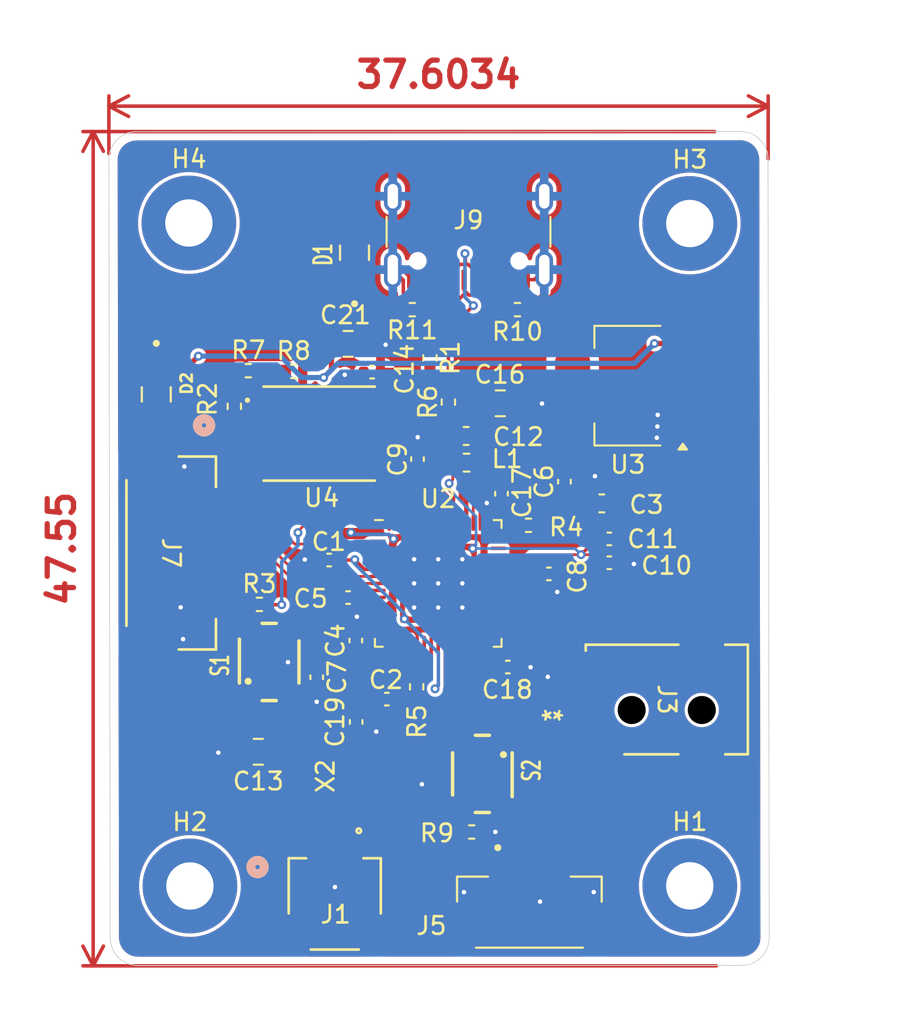
<source format=kicad_pcb>
(kicad_pcb (version 20241229) (generator "pcbnew") (generator_version "9.0")
  (layers (0 "F.Cu" signal) (2 "B.Cu" signal) (13 "F.Paste" user) (15 "B.Paste" user) (5 "F.SilkS" user "F.Silkscreen") (7 "B.SilkS" user "B.Silkscreen") (1 "F.Mask" user) (3 "B.Mask" user) (25 "Edge.Cuts" user))
  (net 0 "")
  (net 1 "GND")
  (net 2 "+1V1")
  (net 3 "Net-(C2-Pad2)")
  (net 4 "+3V3")
  (net 5 "/VREG_AVDD")
  (net 6 "/XIN")
  (net 7 "VBUS")
  (net 8 "Net-(D1-Pad2)")
  (net 9 "/GPIO16")
  (net 10 "/GPIO17")
  (net 11 "/GPIO9")
  (net 12 "/GPIO11")
  (net 13 "/GPIO8")
  (net 14 "/GPIO1")
  (net 15 "/GPIO0")
  (net 16 "/GPIO15")
  (net 17 "/GPIO14")
  (net 18 "/GPIO5")
  (net 19 "/GPIO3")
  (net 20 "/GPIO6")
  (net 21 "/GPIO13")
  (net 22 "/GPIO12")
  (net 23 "/GPIO10")
  (net 24 "/GPIO2")
  (net 25 "/GPIO4")
  (net 26 "/GPIO7")
  (net 27 "/RUN")
  (net 28 "/GPIO22")
  (net 29 "/GPIO27_ADC1")
  (net 30 "/GPIO29_ADC3")
  (net 31 "/GPIO19")
  (net 32 "/GPIO18")
  (net 33 "/GPIO20")
  (net 34 "/GPIO23")
  (net 35 "/GPIO24")
  (net 36 "/GPIO26_ADC0")
  (net 37 "/GPIO28_ADC2")
  (net 38 "/GPIO25")
  (net 39 "/SWD")
  (net 40 "/GPIO21")
  (net 41 "/SWCLK")
  (net 42 "/RTS")
  (net 43 "/CTS ")
  (net 44 "/USB_D+")
  (net 45 "/USB_D-")
  (net 48 "/VREG_LX")
  (net 49 "Net-(U2-USB_DP)")
  (net 50 "/FLASH_SS")
  (net 51 "/QSPI_SS")
  (net 52 "/~{USB_Boot}")
  (net 53 "/XOUT")
  (net 54 "Net-(U2-USB_DM)")
  (net 55 "Net-(R9-Pad2)")
  (net 56 "/QSPI_SD3")
  (net 57 "/QSPI_SCLK")
  (net 58 "/QSPI_SD0")
  (net 59 "/QSPI_SD2")
  (net 60 "/QSPI_SD1")
  (net 61 "+12V")
  (net 62 "/VCC_5V")
  (net 63 "Net-(J9-CC1)")
  (net 64 "Net-(J9-CC2)")
  (footprint "Inductor_SMD:L_0603_1608Metric" (layer "F.Cu") (at 178.75 117.62)
    (property "Reference" "L1")
    (property "Value" "3.3u")
  )
  (footprint "Resistor_SMD:R_0402_1005Metric" (layer "F.Cu") (at 181.65 108.9)
    (property "Reference" "R10")
    (property "Value" "5.1K")
  )
  (footprint "Capacitor_SMD:C_0402_1005Metric" (layer "F.Cu") (at 186.89 123.325)
    (property "Reference" "C10")
    (property "Value" "100n")
  )
  (footprint "SM04B:JST_SM04B-GHS-TB_LF__SN_-" (layer "F.Cu") (at 182.33 143.24)
    (property "Reference" "J5")
    (property "Value" "SM04B-GHS-TB_LF__SN_-")
  )
  (footprint "Resistor_SMD:R_0402_1005Metric" (layer "F.Cu") (at 179.04 138.67 180)
    (property "Reference" "R9")
    (property "Value" "1k")
  )
  (footprint "Capacitor_SMD:C_0402_1005Metric" (layer "F.Cu") (at 174.2 131.1)
    (property "Reference" "C2")
    (property "Value" "15p")
  )
  (footprint "Resistor_SMD:R_0402_1005Metric" (layer "F.Cu") (at 175.65 108.9 180)
    (property "Reference" "R11")
    (property "Value" "5.1K")
  )
  (footprint "Capacitor_SMD:C_0603_1608Metric" (layer "F.Cu") (at 178.72 116.1)
    (property "Reference" "C12")
    (property "Value" "4.7u")
  )
  (footprint "Capacitor_SMD:C_0805_2012Metric" (layer "F.Cu") (at 171.99 110.85)
    (property "Reference" "C21")
    (property "Value" "10u")
  )
  (footprint "Resistor_SMD:R_0402_1005Metric" (layer "F.Cu") (at 168.89 112.42)
    (property "Reference" "R8")
    (property "Value" "DNF")
  )
  (footprint "434133025816:434133025816" (layer "F.Cu") (at 167.49 129.08 90)
    (property "Reference" "S1")
    (property "Value" "434133025816")
  )
  (footprint "Capacitor_SMD:C_0402_1005Metric" (layer "F.Cu") (at 175.95 117.42 90)
    (property "Reference" "C9")
    (property "Value" "100n")
  )
  (footprint "MBR120VLSFT:DIOM3616X98N" (layer "F.Cu") (at 161.05 113.73 -90)
    (property "Reference" "D2")
    (property "Value" "MBR120VLSFT1G")
  )
  (footprint "FC68145S:FC68145S_CLF" (layer "F.Cu") (at 190.16835 131.12 -90)
    (property "Reference" "J3")
    (property "Value" "FC68145S")
  )
  (footprint "MountingHole:MountingHole_2.7mm_M2.5_Pad_TopBottom" (layer "F.Cu") (at 162.97 141.75)
    (property "Reference" "H2")
    (property "Value" "MountingHole")
  )
  (footprint "Connector_USB:USB_C_Receptacle_GCT_USB4105-xx-A_16P_TopMnt_Horizontal" (layer "F.Cu") (at 178.858386 103.51172 180)
    (property "Reference" "J9")
    (property "Value" "USB_C_Receptacle_USB2.0_16P")
  )
  (footprint "Capacitor_SMD:C_0805_2012Metric" (layer "F.Cu") (at 166.87 134.1 180)
    (property "Reference" "C13")
    (property "Value" "10u")
  )
  (footprint "Resistor_SMD:R_0402_1005Metric" (layer "F.Cu") (at 165.5 114.41 90)
    (property "Reference" "R2")
    (property "Value" "0")
  )
  (footprint "Capacitor_SMD:C_0402_1005Metric" (layer "F.Cu") (at 172.45 132.4 90)
    (property "Reference" "C19")
    (property "Value" "15p")
  )
  (footprint "Resistor_SMD:R_0402_1005Metric" (layer "F.Cu") (at 175.9 130.4 90)
    (property "Reference" "R5")
    (property "Value" "1k")
  )
  (footprint "Resistor_SMD:R_0402_1005Metric" (layer "F.Cu") (at 166.3 112.38)
    (property "Reference" "R7")
    (property "Value" "DNF")
  )
  (footprint "Capacitor_SMD:C_0402_1005Metric" (layer "F.Cu") (at 173.36 112.46 180)
    (property "Reference" "C14")
    (property "Value" "100n")
  )
  (footprint "Capacitor_SMD:C_0402_1005Metric" (layer "F.Cu") (at 172.43 127.76 90)
    (property "Reference" "C4")
    (property "Value" "100n")
  )
  (footprint "Capacitor_SMD:C_0402_1005Metric" (layer "F.Cu") (at 170.91 123.17 180)
    (property "Reference" "C1")
    (property "Value" "100n")
  )
  (footprint "KiCad mod:ABM8-272-T3_ABR" (layer "F.Cu") (at 173.7 135.5 90)
    (property "Reference" "X2")
    (property "Value" "ABM8-272-T3")
  )
  (footprint "MountingHole:MountingHole_2.7mm_M2.5_Pad_TopBottom" (layer "F.Cu") (at 191.48 103.99)
    (property "Reference" "H3")
    (property "Value" "MountingHole")
  )
  (footprint "Resistor_SMD:R_0402_1005Metric" (layer "F.Cu") (at 177.71 114.17 90)
    (property "Reference" "R6")
    (property "Value" "27.4")
  )
  (footprint "KiCad mod:CONN_SM06B-GHS-TB_JST" (layer "F.Cu") (at 161.9 122.77 -90)
    (property "Reference" "J7")
    (property "Value" "SM06B-GHS-TB")
  )
  (footprint "MountingHole:MountingHole_2.7mm_M2.5_Pad_TopBottom" (layer "F.Cu") (at 191.48 141.74)
    (property "Reference" "H1")
    (property "Value" "MountingHole")
  )
  (footprint "Capacitor_SMD:C_0402_1005Metric" (layer "F.Cu") (at 171.99 125.31 180)
    (property "Reference" "C5")
    (property "Value" "100n")
  )
  (footprint "footprints:CONN_SM03B-SRSS-TB_JST" (layer "F.Cu") (at 171.23 142.77)
    (property "Reference" "J1")
    (property "Value" "SM03B-SRSS-TB")
  )
  (footprint "Package_TO_SOT_SMD:SOT-223-3_TabPin2" (layer "F.Cu") (at 187.95 113.2325 180)
    (property "Reference" "U3")
    (property "Value" "NCP1117-3.3_SOT223")
  )
  (footprint "KiCad mod:WSON-8_6X5_WIN" (layer "F.Cu") (at 170.3402 115.965)
    (property "Reference" "U4")
    (property "Value" "W25Q128JVPIQ TR")
  )
  (footprint "Capacitor_SMD:C_0402_1005Metric" (layer "F.Cu") (at 184.33 118.7 90)
    (property "Reference" "C6")
    (property "Value" "100n")
  )
  (footprint "434133025816:434133025816" (layer "F.Cu") (at 179.65 135.26 -90)
    (property "Reference" "S2")
    (property "Value" "434133025816")
  )
  (footprint "Capacitor_SMD:C_0402_1005Metric" (layer "F.Cu") (at 181.1 129.27)
    (property "Reference" "C18")
    (property "Value" "100n")
  )
  (footprint "Capacitor_SMD:C_0402_1005Metric" (layer "F.Cu") (at 170.2 129.85 -90)
    (property "Reference" "C7")
    (property "Value" "100n")
  )
  (footprint "Capacitor_SMD:C_0402_1005Metric" (layer "F.Cu") (at 186.89 121.965)
    (property "Reference" "C11")
    (property "Value" "100n")
  )
  (footprint "Resistor_SMD:R_0402_1005Metric" (layer "F.Cu") (at 182.28 121.19 180)
    (property "Reference" "R4")
    (property "Value" "33")
  )
  (footprint "Resistor_SMD:R_0402_1005Metric" (layer "F.Cu") (at 166.93078 125.6988)
    (property "Reference" "R3")
    (property "Value" "1k")
  )
  (footprint "RP2350_60QFN_minimal:RP2350-QFN-60-1EP_7x7_P0.4mm_EP3.4x3.4mm_ThermalVias" (layer "F.Cu") (at 177.13112 124.50232)
    (property "Reference" "U2")
    (property "Value" "RP2350_60QFN")
  )
  (footprint "MBR120VLSFT:DIOM3616X98N" (layer "F.Cu") (at 172.356686 105.65432 90)
    (property "Reference" "D1")
    (property "Value" "MBR120VLSFT1G")
  )
  (footprint "Resistor_SMD:R_0402_1005Metric" (layer "F.Cu") (at 176.66 111.65 -90)
    (property "Reference" "R1")
    (property "Value" "27.4")
  )
  (footprint "Capacitor_SMD:C_0402_1005Metric" (layer "F.Cu") (at 183.44 123.96)
    (property "Reference" "C8")
    (property "Value" "100n")
  )
  (footprint "MountingHole:MountingHole_2.7mm_M2.5_Pad_TopBottom" (layer "F.Cu") (at 162.91 103.96)
    (property "Reference" "H4")
    (property "Value" "MountingHole")
  )
  (footprint "Capacitor_SMD:C_0805_2012Metric" (layer "F.Cu") (at 180.6702 114.23844)
    (property "Reference" "C16")
    (property "Value" "10u")
  )
  (footprint "Capacitor_SMD:C_0402_1005Metric" (layer "F.Cu") (at 180.74 119.39 90)
    (property "Reference" "C17")
    (property "Value" "4.7u")
  )
  (footprint "Capacitor_SMD:C_0603_1608Metric" (layer "F.Cu") (at 186.46 119.94)
    (property "Reference" "C3")
    (property "Value" "4.7u")
  )
  (gr_arc (start 160.004146 146.279697) (mid 158.89 145.82) (end 158.42417 144.708405) (stroke (width 0.05)) (layer "Edge.Cuts"))
  (gr_line (start 196.009681 144.68879) (end 195.942035 100.314833) (stroke (width 0.05)) (layer "Edge.Cuts"))
  (gr_line (start 160.004146 146.279697) (end 194.44425 146.27583) (stroke (width 0.05)) (layer "Edge.Cuts"))
  (gr_line (start 194.362125 98.743541) (end 159.917875 98.756458) (stroke (width 0.05)) (layer "Edge.Cuts"))
  (gr_arc (start 196.009697 144.695854) (mid 195.55 145.81) (end 194.438405 146.27583) (stroke (width 0.05)) (layer "Edge.Cuts"))
  (gr_line (start 158.346583 100.3364) (end 158.42417 144.71425) (stroke (width 0.05)) (layer "Edge.Cuts"))
  (gr_arc (start 194.362125 98.743541) (mid 195.476271 99.203238) (end 195.942101 100.314833) (stroke (width 0.05)) (layer "Edge.Cuts"))
  (gr_arc (start 158.346583 100.336434) (mid 158.80628 99.222288) (end 159.917875 98.756458) (stroke (width 0.05)) (layer "Edge.Cuts"))
  (dimension (type orthogonal) (layer "F.Cu") (pts (xy 193.4 98.75) (xy 193.5 146.3)) (height -35.95) (orientation 1) (format (prefix "") (suffix "") (units 3) (units_format 0) (precision 4) (suppress_zeroes yes)) (style (thickness 0.2) (arrow_length 1.27) (text_position_mode 0) (arrow_direction outward) (extension_height 0.58642) (extension_offset 0.5) (keep_text_aligned yes)) (gr_text "47.55" (at 155.65 122.525 90) (layer "F.Cu") (effects (font (size 1.5 1.5) (thickness 0.3)))))
  (dimension (type orthogonal) (layer "F.Cu") (pts (xy 158.346583 100.5) (xy 195.95 100.8)) (height -3.2) (orientation 0) (format (prefix "") (suffix "") (units 3) (units_format 0) (precision 4) (suppress_zeroes yes)) (style (thickness 0.2) (arrow_length 1.27) (text_position_mode 0) (arrow_direction outward) (extension_height 0.58642) (extension_offset 0.5) (keep_text_aligned yes)) (gr_text "37.6034" (at 177.148292 95.5 0) (layer "F.Cu") (effects (font (size 1.5 1.5) (thickness 0.3)))))
  (segment (start 182.4 129.28) (end 181.59 129.28) (width 0.2) (layer "F.Cu") (net 1))
  (segment (start 183.25 106.688334) (end 183.178386 106.61672) (width 0.2) (layer "F.Cu") (net 1))
  (segment (start 183.25 107.85) (end 182.2 108.9) (width 0.2) (layer "F.Cu") (net 1))
  (segment (start 174.538386 106.61672) (end 175.083386 106.61672) (width 0.2) (layer "F.Cu") (net 1))
  (segment (start 167.47 117.87) (end 167.485 117.885) (width 0.2) (layer "F.Cu") (net 1))
  (segment (start 168.56188 128.9911) (end 168.56188 127.00812) (width 0.2) (layer "F.Cu") (net 1))
  (segment (start 165.92 134.1) (end 164.63734 134.1) (width 0.2) (layer "F.Cu") (net 1))
  (segment (start 187.235 119.555) (end 186.07 118.39) (width 0.2) (layer "F.Cu") (net 1))
  (segment (start 175.95 116.94) (end 175.95 116.18) (width 0.2) (layer "F.Cu") (net 1))
  (segment (start 187.37 122.475) (end 188.29 123.395) (width 0.2) (layer "F.Cu") (net 1))
  (segment (start 179.9 119.92) (end 179.53112 120.28888) (width 0.2) (layer "F.Cu") (net 1))
  (segment (start 175.083386 106.61672) (end 175.658386 107.19172) (width 0.2) (layer "F.Cu") (net 1))
  (segment (start 186.38885 134.466359) (end 186.334149 134.52106) (width 0.2) (layer "F.Cu") (net 1))
  (segment (start 183.38 129.83) (end 184.97881 129.83) (width 0.508) (layer "F.Cu") (net 1))
  (segment (start 173.72 131.1) (end 173.72 132.83) (width 0.2) (layer "F.Cu") (net 1))
  (segment (start 178.6 142.1) (end 178.6 144.16) (width 0.508) (layer "F.Cu") (net 1))
  (segment (start 179.9 118.90964) (end 179.91482 118.89482) (width 0.2) (layer "F.Cu") (net 1))
  (segment (start 171.8 112.61) (end 172.73 112.61) (width 0.2) (layer "F.Cu") (net 1))
  (segment (start 184.97881 129.83) (end 185.13915 129.66966) (width 0.508) (layer "F.Cu") (net 1))
  (segment (start 171.51 125.31) (end 171.51 125.42) (width 0.2) (layer "F.Cu") (net 1))
  (segment (start 186 142.1) (end 186 144.11) (width 0.508) (layer "F.Cu") (net 1))
  (segment (start 182.955 142.625) (end 182.94 142.64) (width 0.508) (layer "F.Cu") (net 1))
  (segment (start 168.565 128.99422) (end 168.56188 128.9911) (width 0.2) (layer "F.Cu") (net 1))
  (segment (start 162.44 125.87) (end 163.7507 125.87) (width 0.508) (layer "F.Cu") (net 1))
  (segment (start 186.85519 134.080019) (end 186.414149 134.52106) (width 0.508) (layer "F.Cu") (net 1))
  (segment (start 179.9 119.92) (end 179.9 118.90964) (width 0.2) (layer "F.Cu") (net 1))
  (segment (start 175.95 116.18) (end 175.96 116.17) (width 0.2) (layer "F.Cu") (net 1))
  (segment (start 171.51 125.42) (end 172.49 126.4) (width 0.2) (layer "F.Cu") (net 1))
  (segment (start 172.43 127.28) (end 172.43 126.46) (width 0.2) (layer "F.Cu") (net 1))
  (segment (start 188.22 123.325) (end 187.37 123.325) (width 0.2) (layer "F.Cu") (net 1))
  (segment (start 183.03844 114.23844) (end 183.05 114.25) (width 0.3) (layer "F.Cu") (net 1))
  (segment (start 175.14 107.218334) (end 174.538386 106.61672) (width 0.2) (layer "F.Cu") (net 1))
  (segment (start 172.73 112.61) (end 172.88 112.46) (width 0.2) (layer "F.Cu") (net 1))
  (segment (start 168.565 131.155) (end 168.565 128.99422) (width 0.2) (layer "F.Cu") (net 1))
  (segment (start 175.14 108.9) (end 175.14 107.218334) (width 0.2) (layer "F.Cu") (net 1))
  (segment (start 191.0725 115.56) (end 191.1 115.5325) (width 0.2) (layer "F.Cu") (net 1))
  (segment (start 173.53 132.88) (end 173.6 132.95) (width 0.2) (layer "F.Cu") (net 1))
  (segment (start 171.23 140.67) (end 171.23 141.8) (width 0.508) (layer "F.Cu") (net 1))
  (segment (start 175.849999 136.300001) (end 176.2 135.95) (width 0.2) (layer "F.Cu") (net 1))
  (segment (start 171.23 141.8) (end 171.24 141.81) (width 0.508) (layer "F.Cu") (net 1))
  (segment (start 182.955 140.965) (end 182.955 142.625) (width 0.508) (layer "F.Cu") (net 1))
  (segment (start 185.05915 129.66966) (end 185.34365 129.66966) (width 0.2) (layer "F.Cu") (net 1))
  (segment (start 173.72 132.83) (end 173.6 132.95) (width 0.2) (layer "F.Cu") (net 1))
  (segment (start 182.16 109) (end 182.16 108.94) (width 0.2) (layer "F.Cu") (net 1))
  (segment (start 186.07 118.39) (end 185.9 118.22) (width 0.2) (layer "F.Cu") (net 1))
  (segment (start 172.94 110.85) (end 174.08 110.85) (width 0.2) (layer "F.Cu") (net 1))
  (segment (start 172.43 126.46) (end 172.49 126.4) (width 0.2) (layer "F.Cu") (net 1))
  (segment (start 172.6 134.699999) (end 172.6 133.949999) (width 0.2) (layer "F.Cu") (net 1))
  (segment (start 183.92 123.96) (end 183.92 124.99) (width 0.2) (layer "F.Cu") (net 1))
  (segment (start 185.13915 129.66966) (end 185.46966 129.66966) (width 0.508) (layer "F.Cu") (net 1))
  (segment (start 168.56188 127.00812) (end 168.565 127.005) (width 0.2) (layer "F.Cu") (net 1))
  (segment (start 181.6202 114.23844) (end 183.03844 114.23844) (width 0.3) (layer "F.Cu") (net 1))
  (segment (start 188.29 123.395) (end 188.22 123.325) (width 0.2) (layer "F.Cu") (net 1))
  (segment (start 186.85519 131.05519) (end 186.85519 134.080019) (width 0.508) (layer "F.Cu") (net 1))
  (segment (start 187.37 121.965) (end 187.37 122.475) (width 0.2) (layer "F.Cu") (net 1))
  (segment (start 179.91482 118.89482) (end 180.72482 118.89482) (width 0.2) (layer "F.Cu") (net 1))
  (segment (start 170.3402 115.965) (end 171.8 114.5052) (width 0.2) (layer "F.Cu") (net 1))
  (segment (start 186 144.11) (end 186.055 144.165) (width 0.508) (layer "F.Cu") (net 1))
  (segment (start 174.08 110.85) (end 174.13 110.9) (width 0.2) (layer "F.Cu") (net 1))
  (segment (start 183.25 107.85) (end 183.25 106.688334) (width 0.2) (layer "F.Cu") (net 1))
  (segment (start 171.8 114.5052) (end 171.8 112.61) (width 0.2) (layer "F.Cu") (net 1))
  (segment (start 179.75864 116.1) (end 181.6202 114.23844) (width 0.3) (layer "F.Cu") (net 1))
  (segment (start 167.485 117.885) (end 169.105 117.885) (width 0.2) (layer "F.Cu") (net 1))
  (segment (start 182.2 108.9) (end 182.16 108.9) (width 0.2) (layer "F.Cu") (net 1))
  (segment (start 169.52 123.14) (end 170.4 123.14) (width 0.2) (layer "F.Cu") (net 1))
  (segment (start 162.515001 127.744999) (end 162.58 127.68) (width 0.508) (layer "F.Cu") (net 1))
  (segment (start 182.058386 107.19172) (end 182.603386 107.19172) (width 0.2) (layer "F.Cu") (net 1))
  (segment (start 185.9 118.22) (end 184.33 118.22) (width 0.2) (layer "F.Cu") (net 1))
  (segment (start 162.465 125.895) (end 162.44 125.87) (width 0.2) (layer "F.Cu") (net 1))
  (segment (start 172.6 133.949999) (end 173.6 132.95) (width 0.2) (layer "F.Cu") (net 1))
  (segment (start 170.2 130.33) (end 170.2 131.25) (width 0.2) (layer "F.Cu") (net 1))
  (segment (start 180.72482 118.89482) (end 180.74 118.91) (width 0.2) (layer "F.Cu") (net 1))
  (segment (start 181.59 129.28) (end 181.58 129.27) (width 0.2) (layer "F.Cu") (net 1))
  (segment (start 182.603386 107.19172) (end 183.178386 106.61672) (width 0.2) (layer "F.Cu") (net 1))
  (segment (start 178.6 144.16) (end 178.605 144.165) (width 0.508) (layer "F.Cu") (net 1))
  (segment (start 184.89881 129.83) (end 185.05915 129.66966) (width 0.2) (layer "F.Cu") (net 1))
  (segment (start 163.7507 125.87) (end 163.7757 125.895) (width 0.508) (layer "F.Cu") (net 1))
  (segment (start 172.45 132.88) (end 173.53 132.88) (width 0.2) (layer "F.Cu") (net 1))
  (segment (start 164.63734 134.1) (end 164.58908 134.14826) (width 0.2) (layer "F.Cu") (net 1))
  (segment (start 185.46966 129.66966) (end 186.85519 131.05519) (width 0.508) (layer "F.Cu") (net 1))
  (segment (start 187.235 119.94) (end 187.235 119.555) (width 0.2) (layer "F.Cu") (net 1))
  (segment (start 160.575699 127.744999) (end 162.515001 127.744999) (width 0.508) (layer "F.Cu") (net 1))
  (segment (start 170.4 123.14) (end 170.43 123.17) (width 0.2) (layer "F.Cu") (net 1))
  (segment (start 180.39 138.67) (end 179.55 138.67) (width 0.508) (layer "F.Cu") (net 1))
  (segment (start 179.495 116.1) (end 179.75864 116.1) (width 0.3) (layer "F.Cu") (net 1))
  (segment (start 162.605001 117.795001) (end 162.65 117.84) (width 0.508) (layer "F.Cu") (net 1))
  (segment (start 160.575699 117.795001) (end 162.605001 117.795001) (width 0.508) (layer "F.Cu") (net 1))
  (segment (start 179.53112 120.28888) (end 179.53112 121.06482) (width 0.2) (layer "F.Cu") (net 1))
  (segment (start 174.8 136.300001) (end 175.849999 136.300001) (width 0.2) (layer "F.Cu") (net 1))
  (via (at 170.2 131.25) (size 0.508) (drill 0.254) (layers "F.Cu" "B.Cu") (net 1))
  (via (at 189.6 116.2) (size 0.508) (drill 0.254) (layers "F.Cu" "B.Cu") (net 1))
  (via (at 174.13 110.9) (size 0.508) (drill 0.254) (layers "F.Cu" "B.Cu") (net 1))
  (via (at 171.8 112.61) (size 0.508) (drill 0.254) (layers "F.Cu" "B.Cu") (net 1))
  (via (at 182.94 142.64) (size 0.508) (drill 0.254) (layers "F.Cu" "B.Cu") (net 1))
  (via (at 162.44 125.87) (size 0.508) (drill 0.254) (layers "F.Cu" "B.Cu") (net 1))
  (via (at 176.2 135.95) (size 0.508) (drill 0.254) (layers "F.Cu" "B.Cu") (net 1))
  (via (at 180.39 138.67) (size 0.508) (drill 0.254) (layers "F.Cu" "B.Cu") (net 1))
  (via (at 173.6 132.95) (size 0.508) (drill 0.254) (layers "F.Cu" "B.Cu") (net 1))
  (via (at 172.49 126.4) (size 0.508) (drill 0.254) (layers "F.Cu" "B.Cu") (net 1))
  (via (at 162.58 127.68) (size 0.508) (drill 0.254) (layers "F.Cu" "B.Cu") (net 1))
  (via (at 189.65 114.9) (size 0.508) (drill 0.254) (layers "F.Cu" "B.Cu") (net 1))
  (via (at 186.07 118.39) (size 0.508) (drill 0.254) (layers "F.Cu" "B.Cu") (net 1))
  (via (at 188.29 123.395) (size 0.508) (drill 0.254) (layers "F.Cu" "B.Cu") (net 1))
  (via (at 182.4 129.28) (size 0.508) (drill 0.254) (layers "F.Cu" "B.Cu") (net 1))
  (via (at 178.6 142.1) (size 0.508) (drill 0.254) (layers "F.Cu" "B.Cu") (net 1))
  (via (at 186 142.1) (size 0.508) (drill 0.254) (layers "F.Cu" "B.Cu") (net 1))
  (via (at 183.05 114.25) (size 0.508) (drill 0.254) (layers "F.Cu" "B.Cu") (net 1))
  (via (at 171.24 141.81) (size 0.508) (drill 0.254) (layers "F.Cu" "B.Cu") (net 1))
  (via (at 162.65 117.84) (size 0.508) (drill 0.254) (layers "F.Cu" "B.Cu") (net 1))
  (via (at 175.96 116.17) (size 0.508) (drill 0.254) (layers "F.Cu" "B.Cu") (net 1))
  (via (at 183.92 124.99) (size 0.508) (drill 0.254) (layers "F.Cu" "B.Cu") (net 1))
  (via (at 183.38 129.83) (size 0.508) (drill 0.254) (layers "F.Cu" "B.Cu") (net 1))
  (via (at 189.63 115.56) (size 0.508) (drill 0.254) (layers "F.Cu" "B.Cu") (net 1))
  (via (at 164.58908 134.14826) (size 0.508) (drill 0.254) (layers "F.Cu" "B.Cu") (net 1))
  (via (at 169.52 123.14) (size 0.508) (drill 0.254) (layers "F.Cu" "B.Cu") (net 1))
  (via (at 168.56188 128.9911) (size 0.508) (drill 0.254) (layers "F.Cu" "B.Cu") (net 1))
  (via (at 179.9 119.92) (size 0.508) (drill 0.254) (layers "F.Cu" "B.Cu") (net 1))
  (segment (start 185.28 122.865) (end 185.3 122.885) (width 0.2) (layer "F.Cu") (net 2))
  (segment (start 178 119.9) (end 178 119.4) (width 0.2) (layer "F.Cu") (net 2))
  (segment (start 177.9625 118.5875) (end 177.9625 117.62) (width 0.1524) (layer "F.Cu") (net 2))
  (segment (start 178 119.4) (end 177.75 119.15) (width 0.2) (layer "F.Cu") (net 2))
  (segment (start 171.39 123.17) (end 172.35 123.17) (width 0.2) (layer "F.Cu") (net 2))
  (segment (start 172.35 123.17) (end 172.37 123.15) (width 0.2) (layer "F.Cu") (net 2))
  (segment (start 180.56862 124.10232) (end 181.17768 124.10232) (width 0.1524) (layer "F.Cu") (net 2))
  (segment (start 177.75 119.15) (end 177.75 118.8) (width 0.2) (layer "F.Cu") (net 2))
  (segment (start 176.95 130.51) (end 176.99224 130.51) (width 0.2) (layer "F.Cu") (net 2))
  (segment (start 176.99224 130.51) (end 177.13112 130.37112) (width 0.1524) (layer "F.Cu") (net 2))
  (segment (start 185.28 122.865) (end 185.95 122.865) (width 0.1524) (layer "F.Cu") (net 2))
  (segment (start 178.33112 120.23112) (end 178 119.9) (width 0.1524) (layer "F.Cu") (net 2))
  (segment (start 186.41 121.965) (end 186.18 121.965) (width 0.2) (layer "F.Cu") (net 2))
  (segment (start 172.92232 123.70232) (end 173.69362 123.70232) (width 0.2) (layer "F.Cu") (net 2))
  (segment (start 172.37 123.15) (end 172.92232 123.70232) (width 0.2) (layer "F.Cu") (net 2))
  (segment (start 178.33112 121.06482) (end 178.33112 120.23112) (width 0.1524) (layer "F.Cu") (net 2))
  (segment (start 177.945 117.6025) (end 177.9625 117.62) (width 0.2) (layer "F.Cu") (net 2))
  (segment (start 177.75 118.8) (end 177.9625 118.5875) (width 0.1524) (layer "F.Cu") (net 2))
  (segment (start 177.13112 130.37112) (end 177.13112 127.93982) (width 0.1524) (layer "F.Cu") (net 2))
  (segment (start 177.945 116.1) (end 177.945 117.6025) (width 0.2) (layer "F.Cu") (net 2))
  (segment (start 182.415 122.865) (end 185.28 122.865) (width 0.1524) (layer "F.Cu") (net 2))
  (segment (start 185.95 122.865) (end 186.41 123.325) (width 0.1524) (layer "F.Cu") (net 2))
  (segment (start 186.18 121.965) (end 185.28 122.865) (width 0.2) (layer "F.Cu") (net 2))
  (segment (start 181.17768 124.10232) (end 182.415 122.865) (width 0.1524) (layer "F.Cu") (net 2))
  (via (at 179.09904 122.513899) (size 0.508) (drill 0.254) (layers "F.Cu" "B.Cu") (net 2))
  (via (at 185.28 122.865) (size 0.508) (drill 0.254) (layers "F.Cu" "B.Cu") (net 2))
  (via (at 177.75 118.8) (size 0.508) (drill 0.254) (layers "F.Cu" "B.Cu") (net 2))
  (via (at 172.37 123.15) (size 0.508) (drill 0.254) (layers "F.Cu" "B.Cu") (net 2))
  (via (at 176.95 130.51) (size 0.508) (drill 0.254) (layers "F.Cu" "B.Cu") (net 2))
  (via (at 175.200437 126.522093) (size 0.508) (drill 0.254) (layers "F.Cu" "B.Cu") (net 2))
  (segment (start 177.14 128.461656) (end 175.200437 126.522093) (width 0.2) (layer "B.Cu") (net 2))
  (segment (start 177.75 119.15) (end 179.29 120.69) (width 0.1524) (layer "B.Cu") (net 2))
  (segment (start 177.75 118.8) (end 177.75 119.15) (width 0.1524) (layer "B.Cu") (net 2))
  (segment (start 176.95 130.51) (end 177.14 130.32) (width 0.2) (layer "B.Cu") (net 2))
  (segment (start 172.37 123.15) (end 172.37 123.39) (width 0.2) (layer "B.Cu") (net 2))
  (segment (start 185.28 122.865) (end 184.928899 122.513899) (width 0.1524) (layer "B.Cu") (net 2))
  (segment (start 184.928899 122.513899) (end 179.09904 122.513899) (width 0.1524) (layer "B.Cu") (net 2))
  (segment (start 177.14 130.32) (end 177.14 128.461656) (width 0.2) (layer "B.Cu") (net 2))
  (segment (start 179.29 122.322939) (end 179.09904 122.513899) (width 0.1524) (layer "B.Cu") (net 2))
  (segment (start 179.29 120.69) (end 179.29 122.322939) (width 0.1524) (layer "B.Cu") (net 2))
  (segment (start 172.37 123.39) (end 175.200437 126.220437) (width 0.2) (layer "B.Cu") (net 2))
  (segment (start 175.200437 126.220437) (end 175.200437 126.522093) (width 0.2) (layer "B.Cu") (net 2))
  (segment (start 175.9 130.91) (end 174.87 130.91) (width 0.2) (layer "F.Cu") (net 3))
  (segment (start 174.87 130.91) (end 174.68 131.1) (width 0.2) (layer "F.Cu") (net 3))
  (segment (start 174.68 131.1) (end 174.68 134.579999) (width 0.2) (layer "F.Cu") (net 3))
  (segment (start 174.68 134.579999) (end 174.8 134.699999) (width 0.2) (layer "F.Cu") (net 3))
  (segment (start 172.9 128.71) (end 172.43 128.24) (width 0.1524) (layer "F.Cu") (net 4))
  (segment (start 180.56862 121.70232) (end 180.56862 122.10232) (width 0.2) (layer "F.Cu") (net 4))
  (segment (start 177.0854 119.8754) (end 175.95 118.74) (width 0.2) (layer "F.Cu") (net 4))
  (segment (start 176.73112 121.06482) (end 176.73112 120.36428) (width 0.2) (layer "F.Cu") (net 4))
  (segment (start 175.7 128.71) (end 172.9 128.71) (width 0.1524) (layer "F.Cu") (net 4))
  (segment (start 176.73112 121.06482) (end 177.13112 121.06482) (width 0.2) (layer "F.Cu") (net 4))
  (segment (start 177.0854 120.01) (end 177.0854 121.0191) (width 0.2) (layer "F.Cu") (net 4))
  (segment (start 173.69362 125.70232) (end 172.86232 125.70232) (width 0.2) (layer "F.Cu") (net 4))
  (segment (start 179.93112 127.93982) (end 179.93112 128.58112) (width 0.2) (layer "F.Cu") (net 4))
  (segment (start 175.93112 128.47888) (end 175.7 128.71) (width 0.1524) (layer "F.Cu") (net 4))
  (segment (start 172.48536 121.6) (end 172.15 121.6) (width 0.2) (layer "F.Cu") (net 4))
  (segment (start 172.86232 125.70232) (end 172.47 125.31) (width 0.2) (layer "F.Cu") (net 4))
  (segment (start 177.0854 121.0191) (end 177.13112 121.06482) (width 0.2) (layer "F.Cu") (net 4))
  (segment (start 172.58768 121.70232) (end 172.48536 121.6) (width 0.2) (layer "F.Cu") (net 4))
  (segment (start 176.73112 120.36428) (end 177.0854 120.01) (width 0.2) (layer "F.Cu") (net 4))
  (segment (start 173.69362 121.70232) (end 172.58768 121.70232) (width 0.1524) (layer "F.Cu") (net 4))
  (segment (start 177.0854 119.8754) (end 177.0854 120.01) (width 0.2) (layer "F.Cu") (net 4))
  (segment (start 179.93112 128.58112) (end 180.62 129.27) (width 0.2) (layer "F.Cu") (net 4))
  (segment (start 179.495 114.46364) (end 179.7202 114.23844) (width 0.2) (layer "F.Cu") (net 4))
  (segment (start 182.04 123.96) (end 182.96 123.96) (width 0.3) (layer "F.Cu") (net 4))
  (segment (start 181.49768 124.50232) (end 181.5 124.5) (width 0.2) (layer "F.Cu") (net 4))
  (segment (start 175.93112 127.93982) (end 175.93112 128.47888) (width 0.1524) (layer "F.Cu") (net 4))
  (segment (start 175.95 118.74) (end 175.95 117.9) (width 0.2) (layer "F.Cu") (net 4))
  (segment (start 181.5 124.5) (end 182.04 123.96) (width 0.3) (layer "F.Cu") (net 4))
  (segment (start 180.56862 124.50232) (end 181.49768 124.50232) (width 0.2) (layer "F.Cu") (net 4))
  (via (at 174.58 121.96) (size 0.508) (drill 0.254) (layers "F.Cu" "B.Cu") (net 4))
  (via (at 172.15 121.6) (size 0.508) (drill 0.254) (layers "F.Cu" "B.Cu") (net 4))
  (segment (start 172.15 121.6) (end 172.26 121.71) (width 0.2) (layer "B.Cu") (net 4))
  (segment (start 174.33 121.71) (end 174.58 121.96) (width 0.2) (layer "B.Cu") (net 4))
  (segment (start 172.26 121.71) (end 174.33 121.71) (width 0.2) (layer "B.Cu") (net 4))
  (segment (start 179.93112 120.67888) (end 180.74 119.87) (width 0.2) (layer "F.Cu") (net 5))
  (segment (start 179.93112 121.06482) (end 179.93112 120.67888) (width 0.2) (layer "F.Cu") (net 5))
  (segment (start 180.74 120.16) (end 181.77 121.19) (width 0.2) (layer "F.Cu") (net 5))
  (segment (start 180.74 119.87) (end 180.74 120.16) (width 0.2) (layer "F.Cu") (net 5))
  (segment (start 171.6 135.450001) (end 172.45 136.300001) (width 0.2) (layer "F.Cu") (net 6))
  (segment (start 171.6 132.77) (end 171.6 135.450001) (width 0.2) (layer "F.Cu") (net 6))
  (segment (start 172.45 136.300001) (end 172.6 136.300001) (width 0.2) (layer "F.Cu") (net 6))
  (segment (start 172.45 130) (end 172.45 131.92) (width 0.2) (layer "F.Cu") (net 6))
  (segment (start 176.33112 127.93982) (end 176.33112 128.66888) (width 0.2) (layer "F.Cu") (net 6))
  (segment (start 176.33112 128.66888) (end 175.9 129.1) (width 0.2) (layer "F.Cu") (net 6))
  (segment (start 175.9 129.1) (end 173.35 129.1) (width 0.2) (layer "F.Cu") (net 6))
  (segment (start 173.35 129.1) (end 172.45 130) (width 0.2) (layer "F.Cu") (net 6))
  (segment (start 172.45 131.92) (end 171.6 132.77) (width 0.2) (layer "F.Cu") (net 6))
  (segment (start 172.356686 108.543314) (end 171.04 109.86) (width 0.2) (layer "F.Cu") (net 7))
  (segment (start 162.82 112.18) (end 163.45 111.55) (width 0.3) (layer "F.Cu") (net 7))
  (segment (start 171.04 110.85) (end 171.04 112.33) (width 0.3) (layer "F.Cu") (net 7))
  (segment (start 171.04 112.33) (end 170.6 112.77) (width 0.3) (layer "F.Cu") (net 7))
  (segment (start 189.46 110.83) (end 190.9975 110.83) (width 0.3) (layer "F.Cu") (net 7))
  (segment (start 172.356686 107.22432) (end 172.356686 108.543314) (width 0.2) (layer "F.Cu") (net 7))
  (segment (start 161.05 112.18) (end 162.82 112.18) (width 0.3) (layer "F.Cu") (net 7))
  (segment (start 171.04 109.86) (end 171.04 110.85) (width 0.2) (layer "F.Cu") (net 7))
  (segment (start 190.9975 110.83) (end 191.1 110.9325) (width 0.3) (layer "F.Cu") (net 7))
  (via (at 163.45 111.55) (size 0.508) (drill 0.254) (layers "F.Cu" "B.Cu") (net 7))
  (via (at 170.6 112.77) (size 0.508) (drill 0.254) (layers "F.Cu" "B.Cu") (net 7))
  (via (at 189.46 110.83) (size 0.508) (drill 0.254) (layers "F.Cu" "B.Cu") (net 7))
  (segment (start 189.46 110.83) (end 188.33 111.96) (width 0.3) (layer "B.Cu") (net 7))
  (segment (start 168.13 111.55) (end 169.35 112.77) (width 0.3) (layer "B.Cu") (net 7))
  (segment (start 163.45 111.55) (end 168.13 111.55) (width 0.3) (layer "B.Cu") (net 7))
  (segment (start 170.6 112.77) (end 169.35 112.77) (width 0.3) (layer "B.Cu") (net 7))
  (segment (start 171.41 111.96) (end 170.6 112.77) (width 0.3) (layer "B.Cu") (net 7))
  (segment (start 188.33 111.96) (end 171.41 111.96) (width 0.3) (layer "B.Cu") (net 7))
  (segment (start 181.258386 106.588386) (end 181.258386 107.19172) (width 0.2) (layer "F.Cu") (net 8))
  (segment (start 177.295602 104.08432) (end 172.356686 104.08432) (width 0.2) (layer "F.Cu") (net 8))
  (segment (start 176.458386 107.19172) (end 176.458386 107.65416) (width 0.2) (layer "F.Cu") (net 8))
  (segment (start 176.458386 107.19172) (end 176.458386 106.732896) (width 0.2) (layer "F.Cu") (net 8))
  (segment (start 178.201282 104.99) (end 179.66 104.99) (width 0.2) (layer "F.Cu") (net 8))
  (segment (start 176.458386 106.732896) (end 178.201282 104.99) (width 0.2) (layer "F.Cu") (net 8))
  (segment (start 178.201282 104.99) (end 177.295602 104.08432) (width 0.2) (layer "F.Cu") (net 8))
  (segment (start 179.66 104.99) (end 181.258386 106.588386) (width 0.2) (layer "F.Cu") (net 8))
  (segment (start 180.455 139.905) (end 180.455 140.965) (width 0.2) (layer "F.Cu") (net 9))
  (segment (start 181.98 138.38) (end 180.455 139.905) (width 0.2) (layer "F.Cu") (net 9))
  (segment (start 181.98 132.76) (end 181.98 138.38) (width 0.2) (layer "F.Cu") (net 9))
  (segment (start 178.73112 129.51112) (end 181.98 132.76) (width 0.2) (layer "F.Cu") (net 9))
  (segment (start 178.73112 127.93982) (end 178.73112 129.51112) (width 0.2) (layer "F.Cu") (net 9))
  (segment (start 182.51 132.41) (end 182.51 139.08) (width 0.2) (layer "F.Cu") (net 10))
  (segment (start 179.13112 129.03112) (end 182.51 132.41) (width 0.2) (layer "F.Cu") (net 10))
  (segment (start 181.705 139.885) (end 181.705 140.965) (width 0.2) (layer "F.Cu") (net 10))
  (segment (start 182.51 139.08) (end 181.705 139.885) (width 0.2) (layer "F.Cu") (net 10))
  (segment (start 179.13112 127.93982) (end 179.13112 129.03112) (width 0.2) (layer "F.Cu") (net 10))
  (segment (start 173.034324 122.26) (end 168.946598 122.26) (width 0.1524) (layer "F.Cu") (net 15))
  (segment (start 164.76 112.94) (end 165.32 112.38) (width 0.1524) (layer "F.Cu") (net 15))
  (segment (start 173.69362 122.10232) (end 173.192004 122.10232) (width 0.1524) (layer "F.Cu") (net 15))
  (segment (start 173.192004 122.10232) (end 173.034324 122.26) (width 0.1524) (layer "F.Cu") (net 15))
  (segment (start 164.76 118.073402) (end 164.76 112.94) (width 0.1524) (layer "F.Cu") (net 15))
  (segment (start 165.32 112.38) (end 165.79 112.38) (width 0.1524) (layer "F.Cu") (net 15))
  (segment (start 168.946598 122.26) (end 164.76 118.073402) (width 0.1524) (layer "F.Cu") (net 15))
  (segment (start 166.68268 122.145) (end 163.7757 122.145) (width 0.2) (layer "F.Cu") (net 18))
  (segment (start 169.04 124.50232) (end 166.68268 122.145) (width 0.1524) (layer "F.Cu") (net 18))
  (segment (start 173.69362 124.50232) (end 169.04 124.50232) (width 0.1524) (layer "F.Cu") (net 18))
  (segment (start 169.22232 124.10232) (end 166.015 120.895) (width 0.1524) (layer "F.Cu") (net 25))
  (segment (start 166.015 120.895) (end 163.7757 120.895) (width 0.1524) (layer "F.Cu") (net 25))
  (segment (start 173.69362 124.10232) (end 169.22232 124.10232) (width 0.1524) (layer "F.Cu") (net 25))
  (segment (start 180.725 137.335) (end 180.725 133.185) (width 0.508) (layer "F.Cu") (net 27))
  (segment (start 180.725 132.3) (end 180.725 133.185) (width 0.2) (layer "F.Cu") (net 27))
  (segment (start 178.33112 127.93982) (end 178.33112 129.90612) (width 0.2) (layer "F.Cu") (net 27))
  (segment (start 178.33112 129.90612) (end 180.725 132.3) (width 0.2) (layer "F.Cu") (net 27))
  (segment (start 177.3 136.55) (end 174.65 139.2) (width 0.18) (layer "F.Cu") (net 39))
  (segment (start 177.93112 127.93982) (end 177.93112 131.66888) (width 0.18) (layer "F.Cu") (net 39))
  (segment (start 172.6 139.2) (end 172.230001 139.569999) (width 0.18) (layer "F.Cu") (net 39))
  (segment (start 177.3 132.3) (end 177.3 136.55) (width 0.18) (layer "F.Cu") (net 39))
  (segment (start 174.65 139.2) (end 172.6 139.2) (width 0.18) (layer "F.Cu") (net 39))
  (segment (start 172.379999 139.980001) (end 172.379999 140.63) (width 0.1524) (layer "F.Cu") (net 39))
  (segment (start 172.230001 139.569999) (end 172.230001 140.67) (width 0.18) (layer "F.Cu") (net 39))
  (segment (start 177.93112 127.93982) (end 177.92212 127.94882) (width 0.18) (layer "F.Cu") (net 39))
  (segment (start 177.93112 131.66888) (end 177.3 132.3) (width 0.18) (layer "F.Cu") (net 39))
  (segment (start 176.8 132.2) (end 176.8 136.4) (width 0.2) (layer "F.Cu") (net 41))
  (segment (start 176.8 136.4) (end 174.318 138.882) (width 0.2) (layer "F.Cu") (net 41))
  (segment (start 177.53112 131.46888) (end 176.8 132.2) (width 0.2) (layer "F.Cu") (net 41))
  (segment (start 170.229999 139.370001) (end 170.229999 140.67) (width 0.2) (layer "F.Cu") (net 41))
  (segment (start 174.318 138.882) (end 170.718 138.882) (width 0.2) (layer "F.Cu") (net 41))
  (segment (start 170.718 138.882) (end 170.229999 139.370001) (width 0.2) (layer "F.Cu") (net 41))
  (segment (start 177.53112 127.93982) (end 177.53112 131.46888) (width 0.2) (layer "F.Cu") (net 41))
  (segment (start 179.608386 107.800544) (end 179.34121 108.06772) (width 0.2) (layer "F.Cu") (net 44))
  (segment (start 176.66 109.962066) (end 176.66 111.14) (width 0.2) (layer "F.Cu") (net 44))
  (segment (start 178.875562 108.06772) (end 178.714954 107.907112) (width 0.2) (layer "F.Cu") (net 44))
  (segment (start 178.714954 107.907112) (end 178.608386 107.800544) (width 0.2) (layer "F.Cu") (net 44))
  (segment (start 179.34121 108.06772) (end 178.875562 108.06772) (width 0.2) (layer "F.Cu") (net 44))
  (segment (start 178.608386 107.800544) (end 178.608386 107.19172) (width 0.2) (layer "F.Cu") (net 44))
  (segment (start 178.714954 107.907112) (end 176.66 109.962066) (width 0.2) (layer "F.Cu") (net 44))
  (segment (start 179.608386 107.19172) (end 179.608386 107.800544) (width 0.2) (layer "F.Cu") (net 44))
  (segment (start 177.71 110.095706) (end 177.71 113.66) (width 0.2) (layer "F.Cu") (net 45))
  (segment (start 178.375562 106.31572) (end 178.680586 106.31572) (width 0.2) (layer "F.Cu") (net 45))
  (segment (start 179.108386 106.582896) (end 179.108386 107.19172) (width 0.2) (layer "F.Cu") (net 45))
  (segment (start 178.108386 107.19172) (end 178.108386 106.582896) (width 0.2) (layer "F.Cu") (net 45))
  (segment (start 179.135246 108.67046) (end 177.71 110.095706) (width 0.2) (layer "F.Cu") (net 45))
  (segment (start 178.680586 106.31572) (end 178.680586 105.72914) (width 0.2) (layer "F.Cu") (net 45))
  (segment (start 178.84121 106.31572) (end 179.108386 106.582896) (width 0.2) (layer "F.Cu") (net 45))
  (segment (start 178.108386 106.582896) (end 178.375562 106.31572) (width 0.2) (layer "F.Cu") (net 45))
  (segment (start 178.680586 106.31572) (end 178.84121 106.31572) (width 0.2) (layer "F.Cu") (net 45))
  (segment (start 178.680586 105.72914) (end 178.655186 105.70374) (width 0.2) (layer "F.Cu") (net 45))
  (via (at 178.655186 105.70374) (size 0.508) (drill 0.254) (layers "F.Cu" "B.Cu") (net 45))
  (via (at 179.135246 108.67046) (size 0.508) (drill 0.254) (layers "F.Cu" "B.Cu") (net 45))
  (segment (start 178.655186 105.70374) (end 178.655186 108.1904) (width 0.2) (layer "B.Cu") (net 45))
  (segment (start 178.655186 108.1904) (end 179.135246 108.67046) (width 0.2) (layer "B.Cu") (net 45))
  (segment (start 179.13112 118.02638) (end 179.5375 117.62) (width 0.1524) (layer "F.Cu") (net 48))
  (segment (start 179.13112 121.06482) (end 179.13112 118.02638) (width 0.1524) (layer "F.Cu") (net 48))
  (segment (start 177.3896 120.1396) (end 177.3896 119.6896) (width 0.1524) (layer "F.Cu") (net 49))
  (segment (start 177.54 121.05685) (end 177.54 120.290001) (width 0.1524) (layer "F.Cu") (net 49))
  (segment (start 177.54 120.290001) (end 177.3896 120.1396) (width 0.1524) (layer "F.Cu") (net 49))
  (segment (start 177.3896 119.6896) (end 176.65 118.95) (width 0.1524) (layer "F.Cu") (net 49))
  (segment (start 176.65 112.17) (end 176.66 112.16) (width 0.1524) (layer "F.Cu") (net 49))
  (segment (start 176.65 118.95) (end 176.65 112.17) (width 0.1524) (layer "F.Cu") (net 49))
  (segment (start 176.66 112.16) (end 176.66 118.066546) (width 0.1524) (layer "F.Cu") (net 49))
  (segment (start 165.5 114.92) (end 165.5 118.383198) (width 0.1524) (layer "F.Cu") (net 51))
  (segment (start 168.181622 121.06482) (end 169.6 121.06482) (width 0.1524) (layer "F.Cu") (net 51))
  (segment (start 165.5 118.383198) (end 168.181622 121.06482) (width 0.1524) (layer "F.Cu") (net 51))
  (segment (start 169.13 121.61) (end 169.13 121.53482) (width 0.2) (layer "F.Cu") (net 51))
  (segment (start 169.93 121.06482) (end 174.33112 121.06482) (width 0.1524) (layer "F.Cu") (net 51))
  (segment (start 169.13 121.53482) (end 169.6 121.06482) (width 0.1524) (layer "F.Cu") (net 51))
  (segment (start 169.6 121.06482) (end 169.93 121.06482) (width 0.1524) (layer "F.Cu") (net 51))
  (segment (start 167.46159 125.71961) (end 167.44078 125.6988) (width 0.2) (layer "F.Cu") (net 51))
  (segment (start 168.20188 125.71961) (end 167.46159 125.71961) (width 0.2) (layer "F.Cu") (net 51))
  (via (at 169.13 121.61) (size 0.508) (drill 0.254) (layers "F.Cu" "B.Cu") (net 51))
  (via (at 168.20188 125.71961) (size 0.508) (drill 0.254) (layers "F.Cu" "B.Cu") (net 51))
  (segment (start 169.13 121.61) (end 169.13 122.35) (width 0.2) (layer "B.Cu") (net 51))
  (segment (start 169.13 122.35) (end 168.20188 123.27812) (width 0.2) (layer "B.Cu") (net 51))
  (segment (start 168.20188 123.27812) (end 168.20188 125.71961) (width 0.2) (layer "B.Cu") (net 51))
  (segment (start 166.415 125.70458) (end 166.42078 125.6988) (width 0.2) (layer "F.Cu") (net 52))
  (segment (start 166.415 131.155) (end 166.415 127.005) (width 0.2) (layer "F.Cu") (net 52))
  (segment (start 166.415 127.005) (end 166.415 125.70458) (width 0.2) (layer "F.Cu") (net 52))
  (segment (start 176.73112 127.93982) (end 176.73112 129.05888) (width 0.2) (layer "F.Cu") (net 53))
  (segment (start 176.73112 129.05888) (end 175.9 129.89) (width 0.2) (layer "F.Cu") (net 53))
  (segment (start 177.67 120.023455) (end 177.67 119.52) (width 0.1524) (layer "F.Cu") (net 54))
  (segment (start 177.67 119.52) (end 177 118.85) (width 0.1524) (layer "F.Cu") (net 54))
  (segment (start 177.93112 121.06482) (end 177.90832 121.04202) (width 0.1524) (layer "F.Cu") (net 54))
  (segment (start 177.14 118.15) (end 177.14 115.25) (width 0.1524) (layer "F.Cu") (net 54))
  (segment (start 177.14 115.25) (end 177.71 114.68) (width 0.1524) (layer "F.Cu") (net 54))
  (segment (start 177 118.29) (end 177.14 118.15) (width 0.1524) (layer "F.Cu") (net 54))
  (segment (start 177.90832 121.04202) (end 177.90832 120.261775) (width 0.1524) (layer "F.Cu") (net 54))
  (segment (start 177 118.85) (end 177 118.29) (width 0.1524) (layer "F.Cu") (net 54))
  (segment (start 177.90832 120.261775) (end 177.67 120.023455) (width 0.1524) (layer "F.Cu") (net 54))
  (segment (start 178.53 137.38) (end 178.575 137.335) (width 0.508) (layer "F.Cu") (net 55))
  (segment (start 178.53 138.67) (end 178.53 137.38) (width 0.508) (layer "F.Cu") (net 55))
  (segment (start 178.575 133.185) (end 178.575 137.335) (width 0.508) (layer "F.Cu") (net 55))
  (segment (start 176.33112 121.06482) (end 176.30832 121.04202) (width 0.1524) (layer "F.Cu") (net 56))
  (segment (start 174.13 115.33) (end 173.2104 115.33) (width 0.1524) (layer "F.Cu") (net 56))
  (segment (start 175.2 118.67) (end 175.2 116.4) (width 0.1524) (layer "F.Cu") (net 56))
  (segment (start 176.2004 119.6704) (end 175.2 118.67) (width 0.1524) (layer "F.Cu") (net 56))
  (segment (start 176.30832 120.540404) (end 176.2004 120.432484) (width 0.1524) (layer "F.Cu") (net 56))
  (segment (start 176.2004 120.432484) (end 176.2004 119.6704) (width 0.1524) (layer "F.Cu") (net 56))
  (segment (start 176.30832 121.04202) (end 176.30832 120.540404) (width 0.1524) (layer "F.Cu") (net 56))
  (segment (start 175.2 116.4) (end 174.13 115.33) (width 0.1524) (layer "F.Cu") (net 56))
  (segment (start 174.85 117.6) (end 173.85 116.6) (width 0.1524) (layer "F.Cu") (net 57))
  (segment (start 175.92 120.06) (end 174.85 118.99) (width 0.1524) (layer "F.Cu") (net 57))
  (segment (start 175.93112 121.06482) (end 175.92 121.0537) (width 0.1524) (layer "F.Cu") (net 57))
  (segment (start 173.85 116.6) (end 173.2104 116.6) (width 0.1524) (layer "F.Cu") (net 57))
  (segment (start 175.92 121.0537) (end 175.92 120.06) (width 0.1524) (layer "F.Cu") (net 57))
  (segment (start 174.85 118.99) (end 174.85 117.6) (width 0.1524) (layer "F.Cu") (net 57))
  (segment (start 175.41152 120.07112) (end 175.41152 120.06253) (width 0.1524) (layer "F.Cu") (net 58))
  (segment (start 175.53112 120.19072) (end 175.41152 120.07112) (width 0.1524) (layer "F.Cu") (net 58))
  (segment (start 173.92 117.87) (end 173.2104 117.87) (width 0.1524) (layer "F.Cu") (net 58))
  (segment (start 174.5696 119.220611) (end 174.5696 118.5196) (width 0.1524) (layer "F.Cu") (net 58))
  (segment (start 175.41152 120.06253) (end 174.786589 119.4376) (width 0.1524) (layer "F.Cu") (net 58))
  (segment (start 175.53112 121.06482) (end 175.53112 120.19072) (width 0.1524) (layer "F.Cu") (net 58))
  (segment (start 174.786589 119.4376) (end 174.5696 119.220611) (width 0.1524) (layer "F.Cu") (net 58))
  (segment (start 174.5696 118.5196) (end 173.92 117.87) (width 0.1524) (layer "F.Cu") (net 58))
  (segment (start 167.47 116.6) (end 166.8 116.6) (width 0.1524) (layer "F.Cu") (net 59))
  (segment (start 166.51 118.499132) (end 167.728868 119.718) (width 0.1524) (layer "F.Cu") (net 59))
  (segment (start 175.13112 120.178676) (end 175.13112 121.06482) (width 0.1524) (layer "F.Cu") (net 59))
  (segment (start 166.51 116.89) (end 166.51 118.499132) (width 0.1524) (layer "F.Cu") (net 59))
  (segment (start 166.8 116.6) (end 166.51 116.89) (width 0.1524) (layer "F.Cu") (net 59))
  (segment (start 167.728868 119.718) (end 174.670444 119.718) (width 0.1524) (layer "F.Cu") (net 59))
  (segment (start 174.670444 119.718) (end 175.13112 120.178676) (width 0.1524) (layer "F.Cu") (net 59))
  (segment (start 166.13 118.582994) (end 167.873326 120.32632) (width 0.1524) (layer "F.Cu") (net 60))
  (segment (start 167.873326 120.32632) (end 174.526508 120.32632) (width 0.1524) (layer "F.Cu") (net 60))
  (segment (start 166.62 115.33) (end 166.13 115.82) (width 0.1524) (layer "F.Cu") (net 60))
  (segment (start 167.47 115.33) (end 166.62 115.33) (width 0.1524) (layer "F.Cu") (net 60))
  (segment (start 174.73112 120.530932) (end 174.73112 121.06482) (width 0.1524) (layer "F.Cu") (net 60))
  (segment (start 166.13 115.82) (end 166.13 118.582994) (width 0.1524) (layer "F.Cu") (net 60))
  (segment (start 174.526508 120.32632) (end 174.73112 120.530932) (width 0.1524) (layer "F.Cu") (net 60))
  (segment (start 184.205 132.97871) (end 184.205 140.965) (width 0.508) (layer "F.Cu") (net 61))
  (segment (start 185.16455 132.01916) (end 184.205 132.97871) (width 0.508) (layer "F.Cu") (net 61))
  (segment (start 161.85 115.3) (end 163.7757 117.2257) (width 0.3) (layer "F.Cu") (net 62))
  (segment (start 161.05 115.3) (end 161.85 115.3) (width 0.3) (layer "F.Cu") (net 62))
  (segment (start 163.7757 117.2257) (end 163.7757 119.645) (width 0.3) (layer "F.Cu") (net 62))
  (segment (start 180.108386 107.968386) (end 180.208386 107.968386) (width 0.2) (layer "F.Cu") (net 63))
  (segment (start 180.208386 107.968386) (end 181.14 108.9) (width 0.2) (layer "F.Cu") (net 63))
  (segment (start 180.108386 107.19172) (end 180.108386 107.968386) (width 0.2) (layer "F.Cu") (net 63))
  (segment (start 177.157386 107.902614) (end 176.16 108.9) (width 0.2) (layer "F.Cu") (net 64))
  (segment (start 177.157386 107.24072) (end 177.157386 107.902614) (width 0.2) (layer "F.Cu") (net 64))
  (segment (start 177.108386 107.19172) (end 177.157386 107.24072) (width 0.2) (layer "F.Cu") (net 64))
  (zone (net 1) (net_name "GND") (layer "F.Cu") (priority 4) (connect_pads yes (clearance 0.127)) (min_thickness 0.25) (fill yes (thermal_gap 0.5) (thermal_bridge_width 0.5))
    (polygon (pts (xy 192.3 114.5) (xy 192.3 116.5) (xy 189.3 116.5) (xy 189.3 114.5)))
  )
  (zone (net 4) (net_name "+3V3") (layer "F.Cu") (priority 1) (connect_pads (clearance 0.127)) (min_thickness 0.25) (fill yes (thermal_gap 0.5) (thermal_bridge_width 0.5) (smoothing chamfer))
    (polygon (pts (xy 154.05 91.41) (xy 200.685351 91.34) (xy 200.895351 149.41) (xy 154.26 149.48)))
  )
  (zone (net 2) (net_name "+1V1") (layer "F.Cu") (priority 2) (connect_pads (clearance 0.127)) (min_thickness 0.25) (fill yes (thermal_gap 0.5) (thermal_bridge_width 0.5))
    (polygon (pts (xy 174.9552 122.24004) (xy 179.33416 122.24004) (xy 179.33416 126.75108) (xy 174.9552 126.75108)))
  )
  (zone (net 50) (net_name "/FLASH_SS") (layer "F.Cu") (priority 3) (connect_pads yes (clearance 0.127)) (min_thickness 0.25) (fill yes (thermal_gap 0.5) (thermal_bridge_width 0.5))
    (polygon (pts (xy 166.453641 112.04) (xy 168.736359 112.04) (xy 168.736359 112.8) (xy 168.11 112.8) (xy 168.12 114.41) (xy 166.82 114.42) (xy 166.867921 113.96) (xy 165.59 113.966359) (xy 165.59 113.21) (xy 166.3 113.19) (xy 166.3 112) (xy 166.453641 112)))
  )
  (zone (net 4) (net_name "+3V3") (layer "F.Cu") (priority 5) (connect_pads yes (clearance 0.127)) (min_thickness 0.2) (fill yes (thermal_gap 0.5) (thermal_bridge_width 0.5))
    (polygon (pts (xy 178.9 121.55) (xy 178.55 121.55) (xy 178.6 118.35) (xy 178.6 113.24) (xy 180.5 113.25844) (xy 180.408948 115.2) (xy 178.85 115.21844) (xy 178.9 118.35)))
  )
  (zone (net 1) (net_name "GND") (layer "B.Cu") (connect_pads (clearance 0.1)) (min_thickness 0.25) (fill yes (thermal_gap 0.5) (thermal_bridge_width 0.5))
    (polygon (pts (xy 154.219299 91.313201) (xy 200.70465 91.25) (xy 200.872847 149.572196) (xy 154.387496 149.635397)))
  )
)
</source>
